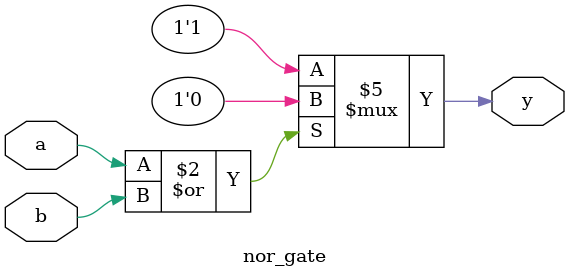
<source format=v>
module nor_gate(input a,b,output reg y);
always @(*)begin
if(~(a|b))
y=1;
else
y=0;
end
endmodule

</source>
